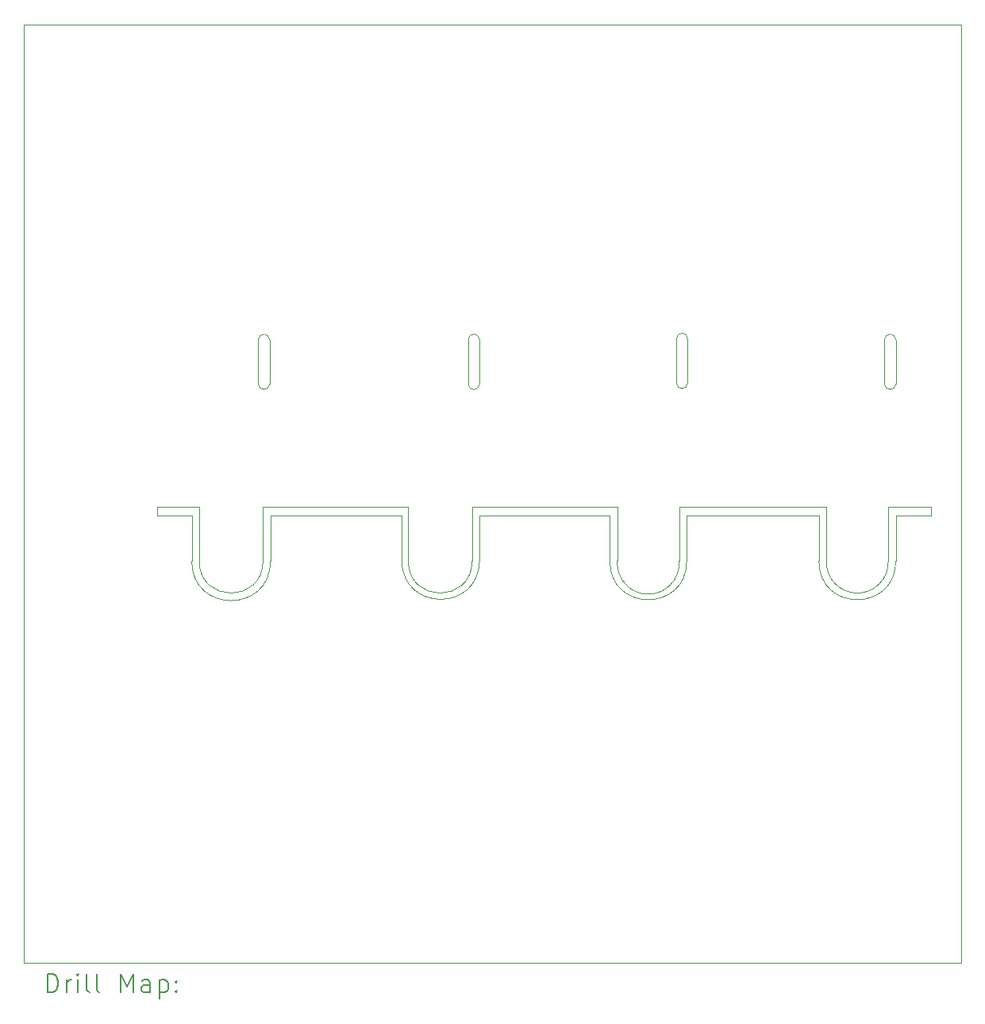
<source format=gbr>
%TF.GenerationSoftware,KiCad,Pcbnew,(6.0.8)*%
%TF.CreationDate,2023-03-03T00:40:12+05:30*%
%TF.ProjectId,STM32DryerPCB,53544d33-3244-4727-9965-725043422e6b,rev?*%
%TF.SameCoordinates,Original*%
%TF.FileFunction,Drillmap*%
%TF.FilePolarity,Positive*%
%FSLAX45Y45*%
G04 Gerber Fmt 4.5, Leading zero omitted, Abs format (unit mm)*
G04 Created by KiCad (PCBNEW (6.0.8)) date 2023-03-03 00:40:12*
%MOMM*%
%LPD*%
G01*
G04 APERTURE LIST*
%ADD10C,0.100000*%
%ADD11C,0.200000*%
G04 APERTURE END LIST*
D10*
X-14765000Y-5635000D02*
X-14765000Y-6125000D01*
X-16975000Y-3765000D02*
G75*
G03*
X-17095000Y-3765000I-60000J0D01*
G01*
X-17735000Y-6125000D02*
X-17735000Y-5545000D01*
X-12535000Y-4235000D02*
X-12535000Y-3765000D01*
X-14845000Y-5545000D02*
X-13275000Y-5545000D01*
X-12535000Y-5635000D02*
X-12535000Y-6125000D01*
X-15585000Y-6125000D02*
G75*
G03*
X-14765000Y-6125000I410000J0D01*
G01*
X-13275000Y-5545000D02*
X-13275000Y-6125000D01*
X-17805000Y-5635000D02*
X-19205000Y-5635000D01*
X-20045000Y-6125000D02*
G75*
G03*
X-19205000Y-6125000I420000J0D01*
G01*
X-20045000Y-5635000D02*
X-20415000Y-5635000D01*
X-15505000Y-5545000D02*
X-17055000Y-5545000D01*
X-12155000Y-5635000D02*
X-12535000Y-5635000D01*
X-17815000Y-5545000D02*
X-17735000Y-5545000D01*
X-17805000Y-6125000D02*
X-17805000Y-5635000D01*
X-17095000Y-4235000D02*
G75*
G03*
X-16975000Y-4235000I60000J0D01*
G01*
X-14845000Y-6125000D02*
X-14845000Y-5545000D01*
X-16535000Y-5635000D02*
X-15585000Y-5635000D01*
X-19965000Y-5545000D02*
X-19965000Y-6125000D01*
X-14755000Y-4225000D02*
X-14755000Y-3755000D01*
X-16975000Y-4235000D02*
X-16975000Y-3765000D01*
X-20045000Y-6125000D02*
X-20045000Y-5635000D01*
X-12535000Y-3765000D02*
G75*
G03*
X-12655000Y-3765000I-60000J0D01*
G01*
X-19335000Y-4235000D02*
G75*
G03*
X-19215000Y-4235000I60000J0D01*
G01*
X-16974881Y-6125000D02*
X-16974881Y-5635000D01*
X-17055000Y-5545000D02*
X-17055000Y-6125000D01*
X-13355000Y-5635000D02*
X-14765000Y-5635000D01*
X-13355000Y-6125000D02*
G75*
G03*
X-12535000Y-6125000I410000J0D01*
G01*
X-19965000Y-6125000D02*
G75*
G03*
X-19285000Y-6125000I340000J0D01*
G01*
X-15585000Y-5635000D02*
X-15585000Y-6125000D01*
X-12655000Y-3765000D02*
X-12655000Y-4235000D01*
X-19215000Y-3765000D02*
G75*
G03*
X-19335000Y-3765000I-60000J0D01*
G01*
X-13275000Y-6125000D02*
G75*
G03*
X-12615000Y-6125000I330000J-9461D01*
G01*
X-17735000Y-6125000D02*
G75*
G03*
X-17055000Y-6125000I340000J0D01*
G01*
X-14875000Y-3755000D02*
X-14875000Y-4225000D01*
X-14875000Y-4225000D02*
G75*
G03*
X-14755000Y-4225000I60000J0D01*
G01*
X-21835000Y-405000D02*
X-11835000Y-405000D01*
X-11835000Y-405000D02*
X-11835000Y-10405000D01*
X-11835000Y-10405000D02*
X-21835000Y-10405000D01*
X-21835000Y-10405000D02*
X-21835000Y-405000D01*
X-20415000Y-5545000D02*
X-19965000Y-5545000D01*
X-12155000Y-5545000D02*
X-12155000Y-5635000D01*
X-15505000Y-6125000D02*
X-15505000Y-5545000D01*
X-14755000Y-3755000D02*
G75*
G03*
X-14875000Y-3755000I-60000J0D01*
G01*
X-20415000Y-5635000D02*
X-20415000Y-5545000D01*
X-17805000Y-6125000D02*
G75*
G03*
X-16974881Y-6125000I415060J9127D01*
G01*
X-17095000Y-3765000D02*
X-17095000Y-4235000D01*
X-19205000Y-5635000D02*
X-19205000Y-6125000D01*
X-19285000Y-5545000D02*
X-17815000Y-5545000D01*
X-15505000Y-6125000D02*
G75*
G03*
X-14845000Y-6125000I330000J-20697D01*
G01*
X-19285000Y-6125000D02*
X-19285000Y-5545000D01*
X-19335000Y-3765000D02*
X-19335000Y-4235000D01*
X-13355000Y-6125000D02*
X-13355000Y-5635000D01*
X-12615000Y-5545000D02*
X-12155000Y-5545000D01*
X-16974881Y-5635000D02*
X-16535000Y-5635000D01*
X-12615000Y-6125000D02*
X-12615000Y-5545000D01*
X-19215000Y-4235000D02*
X-19215000Y-3765000D01*
X-12655000Y-4235000D02*
G75*
G03*
X-12535000Y-4235000I60000J0D01*
G01*
D11*
X-21582381Y-10720476D02*
X-21582381Y-10520476D01*
X-21534762Y-10520476D01*
X-21506190Y-10530000D01*
X-21487143Y-10549048D01*
X-21477619Y-10568095D01*
X-21468095Y-10606190D01*
X-21468095Y-10634762D01*
X-21477619Y-10672857D01*
X-21487143Y-10691905D01*
X-21506190Y-10710952D01*
X-21534762Y-10720476D01*
X-21582381Y-10720476D01*
X-21382381Y-10720476D02*
X-21382381Y-10587143D01*
X-21382381Y-10625238D02*
X-21372857Y-10606190D01*
X-21363333Y-10596667D01*
X-21344286Y-10587143D01*
X-21325238Y-10587143D01*
X-21258571Y-10720476D02*
X-21258571Y-10587143D01*
X-21258571Y-10520476D02*
X-21268095Y-10530000D01*
X-21258571Y-10539524D01*
X-21249048Y-10530000D01*
X-21258571Y-10520476D01*
X-21258571Y-10539524D01*
X-21134762Y-10720476D02*
X-21153810Y-10710952D01*
X-21163333Y-10691905D01*
X-21163333Y-10520476D01*
X-21030000Y-10720476D02*
X-21049048Y-10710952D01*
X-21058571Y-10691905D01*
X-21058571Y-10520476D01*
X-20801429Y-10720476D02*
X-20801429Y-10520476D01*
X-20734762Y-10663333D01*
X-20668095Y-10520476D01*
X-20668095Y-10720476D01*
X-20487143Y-10720476D02*
X-20487143Y-10615714D01*
X-20496667Y-10596667D01*
X-20515714Y-10587143D01*
X-20553810Y-10587143D01*
X-20572857Y-10596667D01*
X-20487143Y-10710952D02*
X-20506190Y-10720476D01*
X-20553810Y-10720476D01*
X-20572857Y-10710952D01*
X-20582381Y-10691905D01*
X-20582381Y-10672857D01*
X-20572857Y-10653810D01*
X-20553810Y-10644286D01*
X-20506190Y-10644286D01*
X-20487143Y-10634762D01*
X-20391905Y-10587143D02*
X-20391905Y-10787143D01*
X-20391905Y-10596667D02*
X-20372857Y-10587143D01*
X-20334762Y-10587143D01*
X-20315714Y-10596667D01*
X-20306190Y-10606190D01*
X-20296667Y-10625238D01*
X-20296667Y-10682381D01*
X-20306190Y-10701429D01*
X-20315714Y-10710952D01*
X-20334762Y-10720476D01*
X-20372857Y-10720476D01*
X-20391905Y-10710952D01*
X-20210952Y-10701429D02*
X-20201429Y-10710952D01*
X-20210952Y-10720476D01*
X-20220476Y-10710952D01*
X-20210952Y-10701429D01*
X-20210952Y-10720476D01*
X-20210952Y-10596667D02*
X-20201429Y-10606190D01*
X-20210952Y-10615714D01*
X-20220476Y-10606190D01*
X-20210952Y-10596667D01*
X-20210952Y-10615714D01*
M02*

</source>
